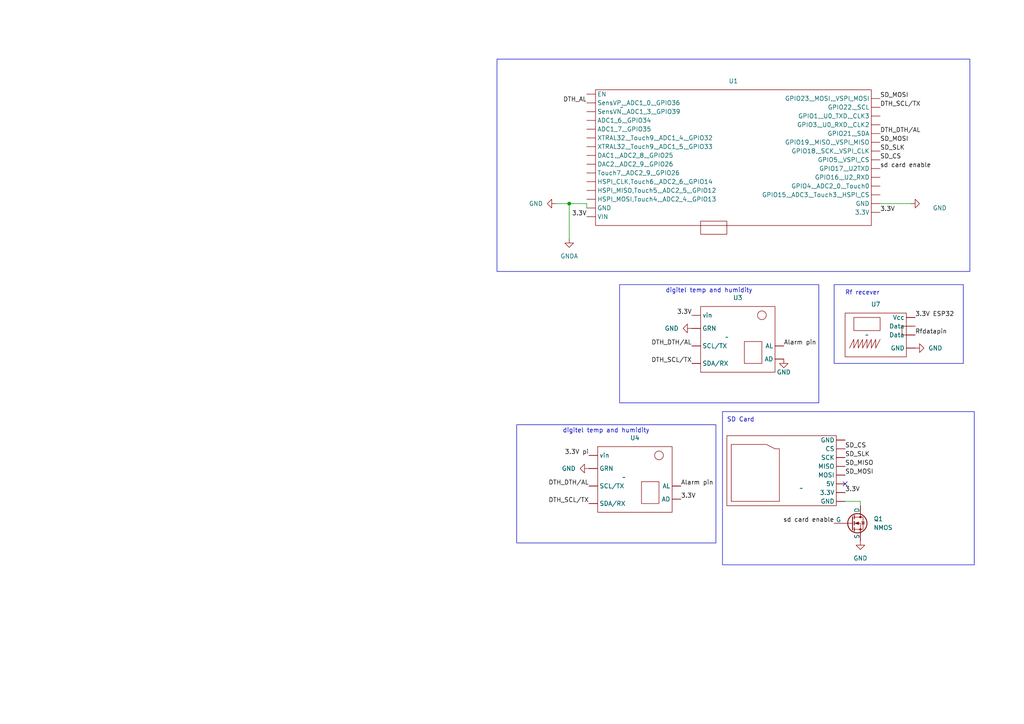
<source format=kicad_sch>
(kicad_sch (version 20230121) (generator eeschema)
  (paper "A4")
  (title_block (title "microcontroler "))
  (lib_symbols
    (symbol "Simulation_SPICE:NMOS" (pin_numbers hide) (pin_names (offset 0))
      (property "Reference" "Q" (at 5.08 1.27 0))
      (property "Value" "NMOS" (at 5.08 -1.27 0))
      (symbol "NMOS_0_1"
        (polyline (pts (xy 0.254 0) (xy -2.54 0)))
        (polyline (pts (xy 0.254 1.905) (xy 0.254 -1.905)) (stroke (width 0.254)))
        (polyline (pts (xy 0.762 -1.27) (xy 0.762 -2.286)) (stroke (width 0.254)))
        (polyline (pts (xy 0.762 0.508) (xy 0.762 -0.508)) (stroke (width 0.254)))
        (polyline (pts (xy 0.762 2.286) (xy 0.762 1.27)) (stroke (width 0.254)))
        (polyline (pts (xy 2.54 2.54) (xy 2.54 1.778)))
        (polyline (pts (xy 2.54 -2.54) (xy 2.54 0) (xy 0.762 0)))
        (polyline (pts (xy 0.762 -1.778) (xy 3.302 -1.778) (xy 3.302 1.778) (xy 0.762 1.778)))
        (polyline (pts (xy 1.016 0) (xy 2.032 0.381) (xy 2.032 -0.381) (xy 1.016 0)) (fill (type outline)))
        (polyline (pts (xy 2.794 0.508) (xy 2.921 0.381) (xy 3.683 0.381) (xy 3.81 0.254)))
        (polyline (pts (xy 3.302 0.381) (xy 2.921 -0.254) (xy 3.683 -0.254) (xy 3.302 0.381)))
        (circle (center 1.651 0) (radius 2.794) (stroke (width 0.254)))
        (circle (center 2.54 -1.778) (radius 0.254) (fill (type outline)))
        (circle (center 2.54 1.778) (radius 0.254) (fill (type outline)))
      )
      (symbol "NMOS_1_1"
        (pin passive line (at 2.54 5.08 270) (length 2.54) (name "D") (number "1"))
        (pin input line (at -5.08 0 0) (length 2.54) (name "G") (number "2"))
        (pin passive line (at 2.54 -5.08 90) (length 2.54) (name "S") (number "3"))
      )
    )
    (symbol "partkian:315Mhz_RF_link_kit_Resever"
      (property "Reference" "U" (at 0 7.62 0))
      (symbol "315Mhz_RF_link_kit_Resever_0_1"
        (rectangle (start -6.35 6.35) (end 11.43 -6.35))
        (rectangle (start -3.81 5.08) (end 3.81 1.27))
        (polyline (pts (xy 11.43 2.54) (xy 10.16 2.54) (xy 10.16 0) (xy 11.43 0)))
        (polyline (pts (xy -5.08 -3.81) (xy -3.81 -1.27) (xy -3.81 -3.81) (xy -2.54 -1.27) (xy -2.54 -3.81) (xy -1.27 -1.27) (xy -1.27 -3.81) (xy 0 -1.27) (xy 0 -3.81) (xy 1.27 -1.27) (xy 1.27 -3.81) (xy 2.54 -1.27) (xy 2.54 -3.81) (xy 3.81 -1.27)))
      )
      (symbol "315Mhz_RF_link_kit_Resever_1_1"
        (pin input line (at 13.97 0 180) (length 2.54) (name "Data") (number ""))
        (pin input line (at 13.97 2.54 180) (length 2.54) (name "Data") (number ""))
        (pin input line (at 13.97 -3.81 180) (length 2.54) (name "GND") (number ""))
        (pin input line (at 13.97 5.08 180) (length 2.54) (name "Vcc") (number ""))
      )
    )
    (symbol "partkian:ESP32"
      (property "Reference" "U" (at 26.67 6.35 0))
      (symbol "ESP32_0_1"
        (rectangle (start -7.62 5.08) (end 72.39 -34.29))
        (rectangle (start -6.35 -1.27) (end -6.35 -1.27))
        (rectangle (start 22.86 -33.02) (end 30.48 -36.83))
      )
      (symbol "ESP32_1_1"
        (pin input line (at 74.93 -30.48 180) (length 2.54) (name "3.3V") (number ""))
        (pin input line (at -10.16 -3.81 0) (length 2.54) (name "ADC1_6,_GPIO34") (number ""))
        (pin input line (at -10.16 -6.35 0) (length 2.54) (name "ADC1_7,_GPIO35") (number ""))
        (pin input line (at -10.16 -13.97 0) (length 2.54) (name "DAC1,_ADC2_8,_GPIO25") (number ""))
        (pin input line (at -10.16 -16.51 0) (length 2.54) (name "DAC2,_ADC2_9,_GPIO26") (number ""))
        (pin input line (at -10.16 3.81 0) (length 2.54) (name "EN") (number ""))
        (pin input line (at -10.16 -29.21 0) (length 2.54) (name "GND") (number ""))
        (pin input line (at 74.93 -27.94 180) (length 2.54) (name "GND") (number ""))
        (pin input line (at 74.93 -2.54 180) (length 2.54) (name "GPIO1,_U0_TXD,_CLK3") (number ""))
        (pin input line (at 74.93 -25.4 180) (length 2.54) (name "GPIO15,_ADC3,_Touch3,_HSPI_CS") (number ""))
        (pin input line (at 74.93 -20.32 180) (length 2.54) (name "GPIO16,_U2_RXD") (number ""))
        (pin input line (at 74.93 -17.78 180) (length 2.54) (name "GPIO17,_U2TXD") (number ""))
        (pin input line (at 74.93 -12.7 180) (length 2.54) (name "GPIO18,_SCK,_VSPI_CLK") (number ""))
        (pin input line (at 74.93 -10.16 180) (length 2.54) (name "GPIO19,_MISO,_VSPI_MISO") (number ""))
        (pin input line (at 74.93 -7.62 180) (length 2.54) (name "GPIO21,_SDA") (number ""))
        (pin input line (at 74.93 0 180) (length 2.54) (name "GPIO22,_SCL") (number ""))
        (pin input line (at 74.93 2.54 180) (length 2.54) (name "GPIO23,_MOSI,_VSPI_MOSI") (number ""))
        (pin input line (at 74.93 -5.08 180) (length 2.54) (name "GPIO3,_U0_RXD,_CLK2") (number ""))
        (pin input line (at 74.93 -22.86 180) (length 2.54) (name "GPIO4,_ADC2_0,_Touch0") (number ""))
        (pin input line (at 74.93 -15.24 180) (length 2.54) (name "GPIO5,_VSPI_CS") (number ""))
        (pin input line (at -10.16 -21.59 0) (length 2.54) (name "HSPI_CLK,Touch6,_ADC2_6,_GPIO14") (number ""))
        (pin input line (at -10.16 -24.13 0) (length 2.54) (name "HSPI_MISO,Touch5,_ADC2_5_,GPIO12") (number ""))
        (pin input line (at -10.16 -26.67 0) (length 2.54) (name "HSPI_MOSI,Touch4,_ADC2_4,_GPIO13") (number ""))
        (pin input line (at -10.16 -1.27 0) (length 2.54) (name "SensVN,_ADC1_3,_GPIO39") (number ""))
        (pin input line (at -10.16 1.27 0) (length 2.54) (name "SensVP,_ADC1_0,_GPIO36") (number ""))
        (pin input line (at -10.16 -19.05 0) (length 2.54) (name "Touch7,_ADC2_9,_GPIO26") (number ""))
        (pin input line (at -10.16 -31.75 0) (length 2.54) (name "VIN") (number ""))
        (pin input line (at -10.16 -8.89 0) (length 2.54) (name "XTRAL32,_Touch9,_ADC1_4,_GPIO32") (number ""))
        (pin input line (at -10.16 -11.43 0) (length 2.54) (name "XTRAL32,_Touch9,_ADC1_5,_GPIO33") (number ""))
      )
    )
    (symbol "partkian:SHT31-D"
      (property "Reference" "U" (at 0 11.43 0))
      (symbol "SHT31-D_0_1"
        (rectangle (start -7.62 8.89) (end 13.97 -10.16))
        (rectangle (start 5.08 -1.27) (end 10.16 -7.62))
        (circle (center 10.16 6.35) (radius 1.27))
      )
      (symbol "SHT31-D_1_1"
        (pin input line (at 16.51 -6.35 180) (length 2.54) (name "AD") (number ""))
        (pin input line (at 16.51 -2.54 180) (length 2.54) (name "AL") (number ""))
        (pin input line (at -10.16 2.54 0) (length 2.54) (name "GRN") (number ""))
        (pin input line (at -10.16 -2.54 0) (length 2.54) (name "SCL/TX") (number ""))
        (pin input line (at -10.16 -7.62 0) (length 2.54) (name "SDA/RX") (number ""))
        (pin input line (at -10.16 6.35 0) (length 2.54) (name "vin") (number ""))
      )
    )
    (symbol "partkian:sd_card_reader"
      (property "Reference" "e" (at 5.715 -17.78 0))
      (property "Value" "~" (at 0 0 0))
      (symbol "sd_card_reader_0_1"
        (rectangle (start -10.16 5.08) (end 21.59 -15.24))
        (polyline (pts (xy 6.35 3.81) (xy 20.32 3.81) (xy 20.32 -12.7) (xy 10.16 -12.7) (xy 7.62 -11.43) (xy 6.35 -11.43) (xy 6.35 3.81)))
      )
      (symbol "sd_card_reader_1_1"
        (pin input line (at -12.7 1.27 0) (length 2.54) (name "3.3V") (number ""))
        (pin input line (at -12.7 -1.27 0) (length 2.54) (name "5V") (number ""))
        (pin input line (at -12.7 -11.43 0) (length 2.54) (name "CS") (number ""))
        (pin input line (at -12.7 -13.97 0) (length 2.54) (name "GND") (number ""))
        (pin input line (at -12.7 3.81 0) (length 2.54) (name "GND") (number ""))
        (pin input line (at -12.7 -6.35 0) (length 2.54) (name "MISO") (number ""))
        (pin input line (at -12.7 -3.81 0) (length 2.54) (name "MOSI") (number ""))
        (pin input line (at -12.7 -8.89 0) (length 2.54) (name "SCK") (number ""))
      )
    )
    (symbol "power:GND" (power) (pin_names (offset 0))
      (property "Value" "GND" (at 0 -3.81 0))
      (symbol "GND_0_1"
        (polyline (pts (xy 0 0) (xy 0 -1.27) (xy 1.27 -1.27) (xy 0 -2.54) (xy -1.27 -1.27) (xy 0 -1.27)))
      )
      (symbol "GND_1_1"
        (pin power_in line (at 0 0 270) (length 0) hide (name "GND") (number "1"))
      )
    )
    (symbol "power:GNDA" (power) (pin_names (offset 0))
      (property "Value" "GNDA" (at 0 -3.81 0))
      (symbol "GNDA_0_1"
        (polyline (pts (xy 0 0) (xy 0 -1.27) (xy 1.27 -1.27) (xy 0 -2.54) (xy -1.27 -1.27) (xy 0 -1.27)))
      )
      (symbol "GNDA_1_1"
        (pin power_in line (at 0 0 270) (length 0) hide (name "GNDA") (number "1"))
      )
    )
  )
  (junction (at 165.1 59.055))
  (no_connect (at 245.11 140.335))
  (wire (pts (xy 165.1 59.055) (xy 170.18 59.055)))
  (wire (pts (xy 165.1 59.055) (xy 165.1 69.215)))
  (wire (pts (xy 161.29 59.055) (xy 165.1 59.055)))
  (wire (pts (xy 170.18 59.055) (xy 170.18 60.325)))
  (wire (pts (xy 245.11 145.415) (xy 249.555 145.415)))
  (wire (pts (xy 249.555 145.415) (xy 249.555 146.685)))
  (wire (pts (xy 255.27 59.055) (xy 264.16 59.055)))
  (rectangle (start 241.935 82.55) (end 279.4 105.41))
  (rectangle (start 149.86 123.19) (end 207.645 157.48))
  (rectangle (start 209.55 119.38) (end 282.575 163.83))
  (rectangle (start 179.705 82.55) (end 237.49 116.84))
  (rectangle (start 144.145 17.145) (end 281.305 78.74))
  (text "Rf recever\n" (at 245.11 85.725 0) (effects (font (size 1.27 1.27)) (justify left bottom)))
  (text "digitel temp and humidity " (at 163.195 125.73 0) (effects (font (size 1.27 1.27)) (justify left bottom)))
  (text "digitel temp and humidity " (at 193.04 85.09 0) (effects (font (size 1.27 1.27)) (justify left bottom)))
  (text "SD Card" (at 210.82 122.555 0) (effects (font (size 1.27 1.27)) (justify left bottom)))
  (label "SD_MISO" (at 245.11 135.255 0))
  (label "3.3V" (at 200.66 91.44 180))
  (label "SD_MOSI" (at 255.27 28.575 0))
  (label "3.3V pi" (at 170.815 132.08 180))
  (label "SD_SLK" (at 245.11 132.715 0))
  (label "3.3V ESP32" (at 265.43 92.075 0))
  (label "SD_SLK" (at 255.27 43.815 0))
  (label "DTH_DTH{slash}AL" (at 170.815 140.97 180))
  (label "sd card enable" (at 255.27 48.895 0))
  (label "SD_CS" (at 255.27 46.355 0))
  (label "DTH_SCL{slash}TX" (at 170.815 146.05 180))
  (label "3.3V" (at 197.485 144.78 0))
  (label "sd card enable" (at 241.935 151.765 180))
  (label "DTH_SCL{slash}TX" (at 255.27 31.115 0))
  (label "Rfdatapin" (at 265.43 97.155 0))
  (label "SD_MOSI" (at 255.27 41.275 0))
  (label "SD_CS" (at 245.11 130.175 0))
  (label "DTH_DTH{slash}AL" (at 200.66 100.33 180))
  (label "Alarm pin" (at 227.33 100.33 0))
  (label "DTH_DTH{slash}AL" (at 255.27 38.735 0))
  (label "DTH_AL" (at 170.18 29.845 180))
  (label "Alarm pin" (at 197.485 140.97 0))
  (label "3.3V" (at 170.18 62.865 180))
  (label "3.3V" (at 245.11 142.875 0))
  (label "3.3V" (at 255.27 61.595 0))
  (label "DTH_SCL{slash}TX" (at 200.66 105.41 180))
  (label "SD_MOSI" (at 245.11 137.795 0))
  (symbol (lib_id "power:GND") (at 264.16 59.055 90) (unit 1)
    (property "Reference" "#PWR05" (effects hide))
    (property "Value" "GND" (at 270.51 60.325 90) (effects (justify right)))
  )
  (symbol (lib_id "partkian:SHT31-D") (at 210.82 97.79 0) (unit 1)
    (property "Reference" "U3" (at 213.995 86.36 0))
    (property "Value" "~" (at 210.82 97.79 0))
    (property "Datasheet" "file:///C:/Users/kianf/Downloads/SHT33-DIS.PDF" (effects hide))
    (property "where" "https://www.communica.co.za/products/hkd-gy-sht31-d-dig-temp-hum-sens?variant=44762824442156" (effects hide))
    (property "cost" "125" (effects hide))
  )
  (symbol (lib_id "power:GND") (at 161.29 59.055 270) (unit 1)
    (property "Reference" "#PWR04" (effects hide))
    (property "Value" "GND" (at 157.48 59.055 90) (effects (justify right)))
  )
  (symbol (lib_id "power:GND") (at 170.815 135.89 270) (unit 1)
    (property "Reference" "#PWR08" (effects hide))
    (property "Value" "GND" (at 167.005 135.89 90) (effects (justify right)))
  )
  (symbol (lib_id "power:GND") (at 249.555 156.845 0) (unit 1)
    (property "Reference" "#PWR02" (effects hide))
    (property "Value" "GND" (at 249.555 161.925 0))
  )
  (symbol (lib_id "Simulation_SPICE:NMOS") (at 247.015 151.765 0) (unit 1)
    (property "Reference" "Q1" (at 253.365 150.495 0) (effects (justify left)))
    (property "Value" "NMOS" (at 253.365 153.035 0) (effects (justify left)))
    (property "Datasheet" "https://ngspice.sourceforge.io/docs/ngspice-manual.pdf" (effects hide))
    (property "Sim.Device" "NMOS" (effects hide))
    (property "Sim.Type" "VDMOS" (effects hide))
    (property "Sim.Pins" "1=D 2=G 3=S" (effects hide))
    (property "where" "2N7000G N-CHANNEL MOSFET - 200MA, 60V, ENHANCEMENT" (effects hide))
    (property "cost " "20" (effects hide))
    (property "cost" "20" (effects hide))
  )
  (symbol (lib_id "power:GND") (at 200.66 95.25 270) (unit 1)
    (property "Reference" "#PWR03" (effects hide))
    (property "Value" "GND" (at 196.85 95.25 90) (effects (justify right)))
  )
  (symbol (lib_id "partkian:SHT31-D") (at 180.975 138.43 0) (unit 1)
    (property "Reference" "U4" (at 184.15 127 0))
    (property "Value" "~" (at 180.975 138.43 0))
    (property "Datasheet" "file:///C:/Users/kianf/Downloads/SHT33-DIS.PDF" (effects hide))
    (property "where" "https://www.communica.co.za/products/hkd-gy-sht31-d-dig-temp-hum-sens?variant=44762824442156" (effects hide))
    (property "cost" "125" (effects hide))
  )
  (symbol (lib_id "power:GNDA") (at 165.1 69.215 0) (unit 1)
    (property "Reference" "#PWR06" (effects hide))
    (property "Value" "GNDA" (at 165.1 74.295 0))
  )
  (symbol (lib_id "partkian:315Mhz_RF_link_kit_Resever") (at 251.46 97.155 0) (unit 1)
    (property "Reference" "U7" (at 254 88.265 0))
    (property "Value" "~" (at 251.46 97.155 0))
  )
  (symbol (lib_id "power:GND") (at 227.33 104.14 0) (unit 1)
    (property "Reference" "#PWR07" (effects hide))
    (property "Value" "GND" (at 227.33 107.95 0))
  )
  (symbol (lib_id "power:GND") (at 265.43 100.965 90) (unit 1)
    (property "Reference" "#PWR01" (effects hide))
    (property "Value" "GND" (at 269.24 100.965 90) (effects (justify right)))
  )
  (symbol (lib_id "partkian:ESP32") (at 180.34 31.115 0) (unit 1)
    (property "Reference" "U1" (at 212.725 23.495 0))
    (property "Value" "~" (at 180.34 31.115 0))
    (property "cost" "160" (effects hide))
    (property "where" "https://www.communica.co.za/products/hkd-esp-32-wifi-b-t-dev-board?utm_source=www.communica.co.za&variant=31935699845193&sfdr_ptcid=31591_617_668197050&sfdr_hash=494fa0e29376e43387e09bca597415f9" (effects hide))
  )
  (symbol (lib_id "partkian:sd_card_reader") (at 232.41 141.605 180) (unit 1)
    (property "Reference" "e" (effects hide))
    (property "Value" "~" (at 232.41 141.605 0))
    (property "cost" "19" (effects hide))
    (property "where" "https://www.communica.co.za/products/hkd-sd-card-read-write-module?utm_source=www.communica.co.za&variant=39359979651145&sfdr_ptcid=31591_617_678237302&sfdr_hash=92fe7115abe5c960047a41022fa61b8f" (effects hide))
  )
)
</source>
